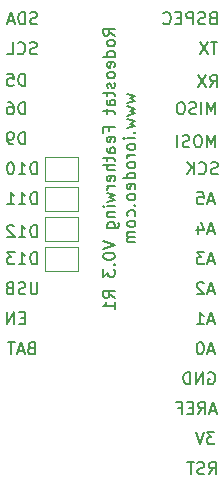
<source format=gbr>
G04 #@! TF.GenerationSoftware,KiCad,Pcbnew,5.1.7-a382d34a8~87~ubuntu18.04.1*
G04 #@! TF.CreationDate,2020-12-12T16:07:48-08:00*
G04 #@! TF.ProjectId,potentiostat_featherwing,706f7465-6e74-4696-9f73-7461745f6665,rev?*
G04 #@! TF.SameCoordinates,Original*
G04 #@! TF.FileFunction,Legend,Bot*
G04 #@! TF.FilePolarity,Positive*
%FSLAX46Y46*%
G04 Gerber Fmt 4.6, Leading zero omitted, Abs format (unit mm)*
G04 Created by KiCad (PCBNEW 5.1.7-a382d34a8~87~ubuntu18.04.1) date 2020-12-12 16:07:48*
%MOMM*%
%LPD*%
G01*
G04 APERTURE LIST*
%ADD10C,0.203200*%
%ADD11C,0.120000*%
G04 APERTURE END LIST*
D10*
X51031019Y-33177238D02*
X50547209Y-32838571D01*
X51031019Y-32596666D02*
X50015019Y-32596666D01*
X50015019Y-32983714D01*
X50063400Y-33080476D01*
X50111780Y-33128857D01*
X50208542Y-33177238D01*
X50353685Y-33177238D01*
X50450447Y-33128857D01*
X50498828Y-33080476D01*
X50547209Y-32983714D01*
X50547209Y-32596666D01*
X51031019Y-33757809D02*
X50982638Y-33661047D01*
X50934257Y-33612666D01*
X50837495Y-33564285D01*
X50547209Y-33564285D01*
X50450447Y-33612666D01*
X50402066Y-33661047D01*
X50353685Y-33757809D01*
X50353685Y-33902952D01*
X50402066Y-33999714D01*
X50450447Y-34048095D01*
X50547209Y-34096476D01*
X50837495Y-34096476D01*
X50934257Y-34048095D01*
X50982638Y-33999714D01*
X51031019Y-33902952D01*
X51031019Y-33757809D01*
X51031019Y-34967333D02*
X50015019Y-34967333D01*
X50982638Y-34967333D02*
X51031019Y-34870571D01*
X51031019Y-34677047D01*
X50982638Y-34580285D01*
X50934257Y-34531904D01*
X50837495Y-34483523D01*
X50547209Y-34483523D01*
X50450447Y-34531904D01*
X50402066Y-34580285D01*
X50353685Y-34677047D01*
X50353685Y-34870571D01*
X50402066Y-34967333D01*
X50982638Y-35838190D02*
X51031019Y-35741428D01*
X51031019Y-35547904D01*
X50982638Y-35451142D01*
X50885876Y-35402761D01*
X50498828Y-35402761D01*
X50402066Y-35451142D01*
X50353685Y-35547904D01*
X50353685Y-35741428D01*
X50402066Y-35838190D01*
X50498828Y-35886571D01*
X50595590Y-35886571D01*
X50692352Y-35402761D01*
X51031019Y-36467142D02*
X50982638Y-36370380D01*
X50934257Y-36322000D01*
X50837495Y-36273619D01*
X50547209Y-36273619D01*
X50450447Y-36322000D01*
X50402066Y-36370380D01*
X50353685Y-36467142D01*
X50353685Y-36612285D01*
X50402066Y-36709047D01*
X50450447Y-36757428D01*
X50547209Y-36805809D01*
X50837495Y-36805809D01*
X50934257Y-36757428D01*
X50982638Y-36709047D01*
X51031019Y-36612285D01*
X51031019Y-36467142D01*
X50982638Y-37192857D02*
X51031019Y-37289619D01*
X51031019Y-37483142D01*
X50982638Y-37579904D01*
X50885876Y-37628285D01*
X50837495Y-37628285D01*
X50740733Y-37579904D01*
X50692352Y-37483142D01*
X50692352Y-37338000D01*
X50643971Y-37241238D01*
X50547209Y-37192857D01*
X50498828Y-37192857D01*
X50402066Y-37241238D01*
X50353685Y-37338000D01*
X50353685Y-37483142D01*
X50402066Y-37579904D01*
X50353685Y-37918571D02*
X50353685Y-38305619D01*
X50015019Y-38063714D02*
X50885876Y-38063714D01*
X50982638Y-38112095D01*
X51031019Y-38208857D01*
X51031019Y-38305619D01*
X51031019Y-39079714D02*
X50498828Y-39079714D01*
X50402066Y-39031333D01*
X50353685Y-38934571D01*
X50353685Y-38741047D01*
X50402066Y-38644285D01*
X50982638Y-39079714D02*
X51031019Y-38982952D01*
X51031019Y-38741047D01*
X50982638Y-38644285D01*
X50885876Y-38595904D01*
X50789114Y-38595904D01*
X50692352Y-38644285D01*
X50643971Y-38741047D01*
X50643971Y-38982952D01*
X50595590Y-39079714D01*
X50353685Y-39418380D02*
X50353685Y-39805428D01*
X50015019Y-39563523D02*
X50885876Y-39563523D01*
X50982638Y-39611904D01*
X51031019Y-39708666D01*
X51031019Y-39805428D01*
X50498828Y-41256857D02*
X50498828Y-40918190D01*
X51031019Y-40918190D02*
X50015019Y-40918190D01*
X50015019Y-41402000D01*
X50982638Y-42176095D02*
X51031019Y-42079333D01*
X51031019Y-41885809D01*
X50982638Y-41789047D01*
X50885876Y-41740666D01*
X50498828Y-41740666D01*
X50402066Y-41789047D01*
X50353685Y-41885809D01*
X50353685Y-42079333D01*
X50402066Y-42176095D01*
X50498828Y-42224476D01*
X50595590Y-42224476D01*
X50692352Y-41740666D01*
X51031019Y-43095333D02*
X50498828Y-43095333D01*
X50402066Y-43046952D01*
X50353685Y-42950190D01*
X50353685Y-42756666D01*
X50402066Y-42659904D01*
X50982638Y-43095333D02*
X51031019Y-42998571D01*
X51031019Y-42756666D01*
X50982638Y-42659904D01*
X50885876Y-42611523D01*
X50789114Y-42611523D01*
X50692352Y-42659904D01*
X50643971Y-42756666D01*
X50643971Y-42998571D01*
X50595590Y-43095333D01*
X50353685Y-43434000D02*
X50353685Y-43821047D01*
X50015019Y-43579142D02*
X50885876Y-43579142D01*
X50982638Y-43627523D01*
X51031019Y-43724285D01*
X51031019Y-43821047D01*
X51031019Y-44159714D02*
X50015019Y-44159714D01*
X51031019Y-44595142D02*
X50498828Y-44595142D01*
X50402066Y-44546761D01*
X50353685Y-44450000D01*
X50353685Y-44304857D01*
X50402066Y-44208095D01*
X50450447Y-44159714D01*
X50982638Y-45466000D02*
X51031019Y-45369238D01*
X51031019Y-45175714D01*
X50982638Y-45078952D01*
X50885876Y-45030571D01*
X50498828Y-45030571D01*
X50402066Y-45078952D01*
X50353685Y-45175714D01*
X50353685Y-45369238D01*
X50402066Y-45466000D01*
X50498828Y-45514380D01*
X50595590Y-45514380D01*
X50692352Y-45030571D01*
X51031019Y-45949809D02*
X50353685Y-45949809D01*
X50547209Y-45949809D02*
X50450447Y-45998190D01*
X50402066Y-46046571D01*
X50353685Y-46143333D01*
X50353685Y-46240095D01*
X50353685Y-46482000D02*
X51031019Y-46675523D01*
X50547209Y-46869047D01*
X51031019Y-47062571D01*
X50353685Y-47256095D01*
X51031019Y-47643142D02*
X50353685Y-47643142D01*
X50015019Y-47643142D02*
X50063400Y-47594761D01*
X50111780Y-47643142D01*
X50063400Y-47691523D01*
X50015019Y-47643142D01*
X50111780Y-47643142D01*
X50353685Y-48126952D02*
X51031019Y-48126952D01*
X50450447Y-48126952D02*
X50402066Y-48175333D01*
X50353685Y-48272095D01*
X50353685Y-48417238D01*
X50402066Y-48514000D01*
X50498828Y-48562380D01*
X51031019Y-48562380D01*
X50353685Y-49481619D02*
X51176161Y-49481619D01*
X51272923Y-49433238D01*
X51321304Y-49384857D01*
X51369685Y-49288095D01*
X51369685Y-49142952D01*
X51321304Y-49046190D01*
X50982638Y-49481619D02*
X51031019Y-49384857D01*
X51031019Y-49191333D01*
X50982638Y-49094571D01*
X50934257Y-49046190D01*
X50837495Y-48997809D01*
X50547209Y-48997809D01*
X50450447Y-49046190D01*
X50402066Y-49094571D01*
X50353685Y-49191333D01*
X50353685Y-49384857D01*
X50402066Y-49481619D01*
X50015019Y-50594380D02*
X51031019Y-50933047D01*
X50015019Y-51271714D01*
X50015019Y-51803904D02*
X50015019Y-51900666D01*
X50063400Y-51997428D01*
X50111780Y-52045809D01*
X50208542Y-52094190D01*
X50402066Y-52142571D01*
X50643971Y-52142571D01*
X50837495Y-52094190D01*
X50934257Y-52045809D01*
X50982638Y-51997428D01*
X51031019Y-51900666D01*
X51031019Y-51803904D01*
X50982638Y-51707142D01*
X50934257Y-51658761D01*
X50837495Y-51610380D01*
X50643971Y-51562000D01*
X50402066Y-51562000D01*
X50208542Y-51610380D01*
X50111780Y-51658761D01*
X50063400Y-51707142D01*
X50015019Y-51803904D01*
X50934257Y-52578000D02*
X50982638Y-52626380D01*
X51031019Y-52578000D01*
X50982638Y-52529619D01*
X50934257Y-52578000D01*
X51031019Y-52578000D01*
X50015019Y-52965047D02*
X50015019Y-53594000D01*
X50402066Y-53255333D01*
X50402066Y-53400476D01*
X50450447Y-53497238D01*
X50498828Y-53545619D01*
X50595590Y-53594000D01*
X50837495Y-53594000D01*
X50934257Y-53545619D01*
X50982638Y-53497238D01*
X51031019Y-53400476D01*
X51031019Y-53110190D01*
X50982638Y-53013428D01*
X50934257Y-52965047D01*
X51031019Y-55384095D02*
X50547209Y-55045428D01*
X51031019Y-54803523D02*
X50015019Y-54803523D01*
X50015019Y-55190571D01*
X50063400Y-55287333D01*
X50111780Y-55335714D01*
X50208542Y-55384095D01*
X50353685Y-55384095D01*
X50450447Y-55335714D01*
X50498828Y-55287333D01*
X50547209Y-55190571D01*
X50547209Y-54803523D01*
X51031019Y-56351714D02*
X51031019Y-55771142D01*
X51031019Y-56061428D02*
X50015019Y-56061428D01*
X50160161Y-55964666D01*
X50256923Y-55867904D01*
X50305304Y-55771142D01*
X52080885Y-38112095D02*
X52758219Y-38305619D01*
X52274409Y-38499142D01*
X52758219Y-38692666D01*
X52080885Y-38886190D01*
X52080885Y-39176476D02*
X52758219Y-39370000D01*
X52274409Y-39563523D01*
X52758219Y-39757047D01*
X52080885Y-39950571D01*
X52080885Y-40240857D02*
X52758219Y-40434380D01*
X52274409Y-40627904D01*
X52758219Y-40821428D01*
X52080885Y-41014952D01*
X52661457Y-41401999D02*
X52709838Y-41450380D01*
X52758219Y-41401999D01*
X52709838Y-41353619D01*
X52661457Y-41401999D01*
X52758219Y-41401999D01*
X52758219Y-41885809D02*
X52080885Y-41885809D01*
X51742219Y-41885809D02*
X51790600Y-41837428D01*
X51838980Y-41885809D01*
X51790600Y-41934190D01*
X51742219Y-41885809D01*
X51838980Y-41885809D01*
X52758219Y-42514761D02*
X52709838Y-42418000D01*
X52661457Y-42369619D01*
X52564695Y-42321238D01*
X52274409Y-42321238D01*
X52177647Y-42369619D01*
X52129266Y-42418000D01*
X52080885Y-42514761D01*
X52080885Y-42659904D01*
X52129266Y-42756666D01*
X52177647Y-42805047D01*
X52274409Y-42853428D01*
X52564695Y-42853428D01*
X52661457Y-42805047D01*
X52709838Y-42756666D01*
X52758219Y-42659904D01*
X52758219Y-42514761D01*
X52758219Y-43288857D02*
X52080885Y-43288857D01*
X52274409Y-43288857D02*
X52177647Y-43337238D01*
X52129266Y-43385619D01*
X52080885Y-43482380D01*
X52080885Y-43579142D01*
X52758219Y-44062952D02*
X52709838Y-43966190D01*
X52661457Y-43917809D01*
X52564695Y-43869428D01*
X52274409Y-43869428D01*
X52177647Y-43917809D01*
X52129266Y-43966190D01*
X52080885Y-44062952D01*
X52080885Y-44208095D01*
X52129266Y-44304857D01*
X52177647Y-44353238D01*
X52274409Y-44401619D01*
X52564695Y-44401619D01*
X52661457Y-44353238D01*
X52709838Y-44304857D01*
X52758219Y-44208095D01*
X52758219Y-44062952D01*
X52758219Y-45272476D02*
X51742219Y-45272476D01*
X52709838Y-45272476D02*
X52758219Y-45175714D01*
X52758219Y-44982190D01*
X52709838Y-44885428D01*
X52661457Y-44837047D01*
X52564695Y-44788666D01*
X52274409Y-44788666D01*
X52177647Y-44837047D01*
X52129266Y-44885428D01*
X52080885Y-44982190D01*
X52080885Y-45175714D01*
X52129266Y-45272476D01*
X52709838Y-46143333D02*
X52758219Y-46046571D01*
X52758219Y-45853047D01*
X52709838Y-45756285D01*
X52613076Y-45707904D01*
X52226028Y-45707904D01*
X52129266Y-45756285D01*
X52080885Y-45853047D01*
X52080885Y-46046571D01*
X52129266Y-46143333D01*
X52226028Y-46191714D01*
X52322790Y-46191714D01*
X52419552Y-45707904D01*
X52758219Y-46772285D02*
X52709838Y-46675523D01*
X52661457Y-46627142D01*
X52564695Y-46578761D01*
X52274409Y-46578761D01*
X52177647Y-46627142D01*
X52129266Y-46675523D01*
X52080885Y-46772285D01*
X52080885Y-46917428D01*
X52129266Y-47014190D01*
X52177647Y-47062571D01*
X52274409Y-47110952D01*
X52564695Y-47110952D01*
X52661457Y-47062571D01*
X52709838Y-47014190D01*
X52758219Y-46917428D01*
X52758219Y-46772285D01*
X52661457Y-47546380D02*
X52709838Y-47594761D01*
X52758219Y-47546380D01*
X52709838Y-47497999D01*
X52661457Y-47546380D01*
X52758219Y-47546380D01*
X52709838Y-48465619D02*
X52758219Y-48368857D01*
X52758219Y-48175333D01*
X52709838Y-48078571D01*
X52661457Y-48030190D01*
X52564695Y-47981809D01*
X52274409Y-47981809D01*
X52177647Y-48030190D01*
X52129266Y-48078571D01*
X52080885Y-48175333D01*
X52080885Y-48368857D01*
X52129266Y-48465619D01*
X52758219Y-49046190D02*
X52709838Y-48949428D01*
X52661457Y-48901047D01*
X52564695Y-48852666D01*
X52274409Y-48852666D01*
X52177647Y-48901047D01*
X52129266Y-48949428D01*
X52080885Y-49046190D01*
X52080885Y-49191333D01*
X52129266Y-49288095D01*
X52177647Y-49336476D01*
X52274409Y-49384857D01*
X52564695Y-49384857D01*
X52661457Y-49336476D01*
X52709838Y-49288095D01*
X52758219Y-49191333D01*
X52758219Y-49046190D01*
X52758219Y-49820285D02*
X52080885Y-49820285D01*
X52177647Y-49820285D02*
X52129266Y-49868666D01*
X52080885Y-49965428D01*
X52080885Y-50110571D01*
X52129266Y-50207333D01*
X52226028Y-50255714D01*
X52758219Y-50255714D01*
X52226028Y-50255714D02*
X52129266Y-50304095D01*
X52080885Y-50400857D01*
X52080885Y-50545999D01*
X52129266Y-50642761D01*
X52226028Y-50691142D01*
X52758219Y-50691142D01*
D11*
X47882000Y-53070000D02*
X47882000Y-51070000D01*
X45082000Y-53070000D02*
X47882000Y-53070000D01*
X45082000Y-51070000D02*
X45082000Y-53070000D01*
X47882000Y-51070000D02*
X45082000Y-51070000D01*
X47882000Y-48530000D02*
X45082000Y-48530000D01*
X45082000Y-48530000D02*
X45082000Y-50530000D01*
X45082000Y-50530000D02*
X47882000Y-50530000D01*
X47882000Y-50530000D02*
X47882000Y-48530000D01*
X47882000Y-47990000D02*
X47882000Y-45990000D01*
X45082000Y-47990000D02*
X47882000Y-47990000D01*
X45082000Y-45990000D02*
X45082000Y-47990000D01*
X47882000Y-45990000D02*
X45082000Y-45990000D01*
X47882000Y-45450000D02*
X47882000Y-43450000D01*
X45082000Y-45450000D02*
X47882000Y-45450000D01*
X45082000Y-43450000D02*
X45082000Y-45450000D01*
X47882000Y-43450000D02*
X45082000Y-43450000D01*
D10*
X58976380Y-70309619D02*
X59315047Y-69825809D01*
X59556952Y-70309619D02*
X59556952Y-69293619D01*
X59169904Y-69293619D01*
X59073142Y-69342000D01*
X59024761Y-69390380D01*
X58976380Y-69487142D01*
X58976380Y-69632285D01*
X59024761Y-69729047D01*
X59073142Y-69777428D01*
X59169904Y-69825809D01*
X59556952Y-69825809D01*
X58589333Y-70261238D02*
X58444190Y-70309619D01*
X58202285Y-70309619D01*
X58105523Y-70261238D01*
X58057142Y-70212857D01*
X58008761Y-70116095D01*
X58008761Y-70019333D01*
X58057142Y-69922571D01*
X58105523Y-69874190D01*
X58202285Y-69825809D01*
X58395809Y-69777428D01*
X58492571Y-69729047D01*
X58540952Y-69680666D01*
X58589333Y-69583904D01*
X58589333Y-69487142D01*
X58540952Y-69390380D01*
X58492571Y-69342000D01*
X58395809Y-69293619D01*
X58153904Y-69293619D01*
X58008761Y-69342000D01*
X57718476Y-69293619D02*
X57137904Y-69293619D01*
X57428190Y-70309619D02*
X57428190Y-69293619D01*
X59448095Y-66753619D02*
X58819142Y-66753619D01*
X59157809Y-67140666D01*
X59012666Y-67140666D01*
X58915904Y-67189047D01*
X58867523Y-67237428D01*
X58819142Y-67334190D01*
X58819142Y-67576095D01*
X58867523Y-67672857D01*
X58915904Y-67721238D01*
X59012666Y-67769619D01*
X59302952Y-67769619D01*
X59399714Y-67721238D01*
X59448095Y-67672857D01*
X58528857Y-66753619D02*
X58190190Y-67769619D01*
X57851523Y-66753619D01*
X59556952Y-64939333D02*
X59073142Y-64939333D01*
X59653714Y-65229619D02*
X59315047Y-64213619D01*
X58976380Y-65229619D01*
X58057142Y-65229619D02*
X58395809Y-64745809D01*
X58637714Y-65229619D02*
X58637714Y-64213619D01*
X58250666Y-64213619D01*
X58153904Y-64262000D01*
X58105523Y-64310380D01*
X58057142Y-64407142D01*
X58057142Y-64552285D01*
X58105523Y-64649047D01*
X58153904Y-64697428D01*
X58250666Y-64745809D01*
X58637714Y-64745809D01*
X57621714Y-64697428D02*
X57283047Y-64697428D01*
X57137904Y-65229619D02*
X57621714Y-65229619D01*
X57621714Y-64213619D01*
X57137904Y-64213619D01*
X56363809Y-64697428D02*
X56702476Y-64697428D01*
X56702476Y-65229619D02*
X56702476Y-64213619D01*
X56218666Y-64213619D01*
X58940095Y-61722000D02*
X59036857Y-61673619D01*
X59182000Y-61673619D01*
X59327142Y-61722000D01*
X59423904Y-61818761D01*
X59472285Y-61915523D01*
X59520666Y-62109047D01*
X59520666Y-62254190D01*
X59472285Y-62447714D01*
X59423904Y-62544476D01*
X59327142Y-62641238D01*
X59182000Y-62689619D01*
X59085238Y-62689619D01*
X58940095Y-62641238D01*
X58891714Y-62592857D01*
X58891714Y-62254190D01*
X59085238Y-62254190D01*
X58456285Y-62689619D02*
X58456285Y-61673619D01*
X57875714Y-62689619D01*
X57875714Y-61673619D01*
X57391904Y-62689619D02*
X57391904Y-61673619D01*
X57150000Y-61673619D01*
X57004857Y-61722000D01*
X56908095Y-61818761D01*
X56859714Y-61915523D01*
X56811333Y-62109047D01*
X56811333Y-62254190D01*
X56859714Y-62447714D01*
X56908095Y-62544476D01*
X57004857Y-62641238D01*
X57150000Y-62689619D01*
X57391904Y-62689619D01*
X59399714Y-59859333D02*
X58915904Y-59859333D01*
X59496476Y-60149619D02*
X59157809Y-59133619D01*
X58819142Y-60149619D01*
X58286952Y-59133619D02*
X58190190Y-59133619D01*
X58093428Y-59182000D01*
X58045047Y-59230380D01*
X57996666Y-59327142D01*
X57948285Y-59520666D01*
X57948285Y-59762571D01*
X57996666Y-59956095D01*
X58045047Y-60052857D01*
X58093428Y-60101238D01*
X58190190Y-60149619D01*
X58286952Y-60149619D01*
X58383714Y-60101238D01*
X58432095Y-60052857D01*
X58480476Y-59956095D01*
X58528857Y-59762571D01*
X58528857Y-59520666D01*
X58480476Y-59327142D01*
X58432095Y-59230380D01*
X58383714Y-59182000D01*
X58286952Y-59133619D01*
X59399714Y-57319333D02*
X58915904Y-57319333D01*
X59496476Y-57609619D02*
X59157809Y-56593619D01*
X58819142Y-57609619D01*
X57948285Y-57609619D02*
X58528857Y-57609619D01*
X58238571Y-57609619D02*
X58238571Y-56593619D01*
X58335333Y-56738761D01*
X58432095Y-56835523D01*
X58528857Y-56883904D01*
X59399714Y-54779333D02*
X58915904Y-54779333D01*
X59496476Y-55069619D02*
X59157809Y-54053619D01*
X58819142Y-55069619D01*
X58528857Y-54150380D02*
X58480476Y-54102000D01*
X58383714Y-54053619D01*
X58141809Y-54053619D01*
X58045047Y-54102000D01*
X57996666Y-54150380D01*
X57948285Y-54247142D01*
X57948285Y-54343904D01*
X57996666Y-54489047D01*
X58577238Y-55069619D01*
X57948285Y-55069619D01*
X59399714Y-52239333D02*
X58915904Y-52239333D01*
X59496476Y-52529619D02*
X59157809Y-51513619D01*
X58819142Y-52529619D01*
X58577238Y-51513619D02*
X57948285Y-51513619D01*
X58286952Y-51900666D01*
X58141809Y-51900666D01*
X58045047Y-51949047D01*
X57996666Y-51997428D01*
X57948285Y-52094190D01*
X57948285Y-52336095D01*
X57996666Y-52432857D01*
X58045047Y-52481238D01*
X58141809Y-52529619D01*
X58432095Y-52529619D01*
X58528857Y-52481238D01*
X58577238Y-52432857D01*
X59399714Y-49699333D02*
X58915904Y-49699333D01*
X59496476Y-49989619D02*
X59157809Y-48973619D01*
X58819142Y-49989619D01*
X58045047Y-49312285D02*
X58045047Y-49989619D01*
X58286952Y-48925238D02*
X58528857Y-49650952D01*
X57899904Y-49650952D01*
X59399714Y-47159333D02*
X58915904Y-47159333D01*
X59496476Y-47449619D02*
X59157809Y-46433619D01*
X58819142Y-47449619D01*
X57996666Y-46433619D02*
X58480476Y-46433619D01*
X58528857Y-46917428D01*
X58480476Y-46869047D01*
X58383714Y-46820666D01*
X58141809Y-46820666D01*
X58045047Y-46869047D01*
X57996666Y-46917428D01*
X57948285Y-47014190D01*
X57948285Y-47256095D01*
X57996666Y-47352857D01*
X58045047Y-47401238D01*
X58141809Y-47449619D01*
X58383714Y-47449619D01*
X58480476Y-47401238D01*
X58528857Y-47352857D01*
X59726285Y-44861238D02*
X59581142Y-44909619D01*
X59339238Y-44909619D01*
X59242476Y-44861238D01*
X59194095Y-44812857D01*
X59145714Y-44716095D01*
X59145714Y-44619333D01*
X59194095Y-44522571D01*
X59242476Y-44474190D01*
X59339238Y-44425809D01*
X59532761Y-44377428D01*
X59629523Y-44329047D01*
X59677904Y-44280666D01*
X59726285Y-44183904D01*
X59726285Y-44087142D01*
X59677904Y-43990380D01*
X59629523Y-43942000D01*
X59532761Y-43893619D01*
X59290857Y-43893619D01*
X59145714Y-43942000D01*
X58129714Y-44812857D02*
X58178095Y-44861238D01*
X58323238Y-44909619D01*
X58420000Y-44909619D01*
X58565142Y-44861238D01*
X58661904Y-44764476D01*
X58710285Y-44667714D01*
X58758666Y-44474190D01*
X58758666Y-44329047D01*
X58710285Y-44135523D01*
X58661904Y-44038761D01*
X58565142Y-43942000D01*
X58420000Y-43893619D01*
X58323238Y-43893619D01*
X58178095Y-43942000D01*
X58129714Y-43990380D01*
X57694285Y-44909619D02*
X57694285Y-43893619D01*
X57113714Y-44909619D02*
X57549142Y-44329047D01*
X57113714Y-43893619D02*
X57694285Y-44474190D01*
X59508571Y-42623619D02*
X59508571Y-41607619D01*
X59169904Y-42333333D01*
X58831238Y-41607619D01*
X58831238Y-42623619D01*
X58153904Y-41607619D02*
X57960380Y-41607619D01*
X57863619Y-41656000D01*
X57766857Y-41752761D01*
X57718476Y-41946285D01*
X57718476Y-42284952D01*
X57766857Y-42478476D01*
X57863619Y-42575238D01*
X57960380Y-42623619D01*
X58153904Y-42623619D01*
X58250666Y-42575238D01*
X58347428Y-42478476D01*
X58395809Y-42284952D01*
X58395809Y-41946285D01*
X58347428Y-41752761D01*
X58250666Y-41656000D01*
X58153904Y-41607619D01*
X57331428Y-42575238D02*
X57186285Y-42623619D01*
X56944380Y-42623619D01*
X56847619Y-42575238D01*
X56799238Y-42526857D01*
X56750857Y-42430095D01*
X56750857Y-42333333D01*
X56799238Y-42236571D01*
X56847619Y-42188190D01*
X56944380Y-42139809D01*
X57137904Y-42091428D01*
X57234666Y-42043047D01*
X57283047Y-41994666D01*
X57331428Y-41897904D01*
X57331428Y-41801142D01*
X57283047Y-41704380D01*
X57234666Y-41656000D01*
X57137904Y-41607619D01*
X56895999Y-41607619D01*
X56750857Y-41656000D01*
X56315428Y-42623619D02*
X56315428Y-41607619D01*
X59508571Y-39829619D02*
X59508571Y-38813619D01*
X59169904Y-39539333D01*
X58831238Y-38813619D01*
X58831238Y-39829619D01*
X58347428Y-39829619D02*
X58347428Y-38813619D01*
X57911999Y-39781238D02*
X57766857Y-39829619D01*
X57524952Y-39829619D01*
X57428190Y-39781238D01*
X57379809Y-39732857D01*
X57331428Y-39636095D01*
X57331428Y-39539333D01*
X57379809Y-39442571D01*
X57428190Y-39394190D01*
X57524952Y-39345809D01*
X57718476Y-39297428D01*
X57815238Y-39249047D01*
X57863619Y-39200666D01*
X57911999Y-39103904D01*
X57911999Y-39007142D01*
X57863619Y-38910380D01*
X57815238Y-38862000D01*
X57718476Y-38813619D01*
X57476571Y-38813619D01*
X57331428Y-38862000D01*
X56702476Y-38813619D02*
X56508952Y-38813619D01*
X56412190Y-38862000D01*
X56315428Y-38958761D01*
X56267047Y-39152285D01*
X56267047Y-39490952D01*
X56315428Y-39684476D01*
X56412190Y-39781238D01*
X56508952Y-39829619D01*
X56702476Y-39829619D01*
X56799238Y-39781238D01*
X56895999Y-39684476D01*
X56944380Y-39490952D01*
X56944380Y-39152285D01*
X56895999Y-38958761D01*
X56799238Y-38862000D01*
X56702476Y-38813619D01*
X59097333Y-37543619D02*
X59436000Y-37059809D01*
X59677904Y-37543619D02*
X59677904Y-36527619D01*
X59290857Y-36527619D01*
X59194095Y-36576000D01*
X59145714Y-36624380D01*
X59097333Y-36721142D01*
X59097333Y-36866285D01*
X59145714Y-36963047D01*
X59194095Y-37011428D01*
X59290857Y-37059809D01*
X59677904Y-37059809D01*
X58758666Y-36527619D02*
X58081333Y-37543619D01*
X58081333Y-36527619D02*
X58758666Y-37543619D01*
X59702095Y-33733619D02*
X59121523Y-33733619D01*
X59411809Y-34749619D02*
X59411809Y-33733619D01*
X58879619Y-33733619D02*
X58202285Y-34749619D01*
X58202285Y-33733619D02*
X58879619Y-34749619D01*
X59290857Y-31677428D02*
X59145714Y-31725809D01*
X59097333Y-31774190D01*
X59048952Y-31870952D01*
X59048952Y-32016095D01*
X59097333Y-32112857D01*
X59145714Y-32161238D01*
X59242476Y-32209619D01*
X59629523Y-32209619D01*
X59629523Y-31193619D01*
X59290857Y-31193619D01*
X59194095Y-31242000D01*
X59145714Y-31290380D01*
X59097333Y-31387142D01*
X59097333Y-31483904D01*
X59145714Y-31580666D01*
X59194095Y-31629047D01*
X59290857Y-31677428D01*
X59629523Y-31677428D01*
X58661904Y-32161238D02*
X58516761Y-32209619D01*
X58274857Y-32209619D01*
X58178095Y-32161238D01*
X58129714Y-32112857D01*
X58081333Y-32016095D01*
X58081333Y-31919333D01*
X58129714Y-31822571D01*
X58178095Y-31774190D01*
X58274857Y-31725809D01*
X58468380Y-31677428D01*
X58565142Y-31629047D01*
X58613523Y-31580666D01*
X58661904Y-31483904D01*
X58661904Y-31387142D01*
X58613523Y-31290380D01*
X58565142Y-31242000D01*
X58468380Y-31193619D01*
X58226476Y-31193619D01*
X58081333Y-31242000D01*
X57645904Y-32209619D02*
X57645904Y-31193619D01*
X57258857Y-31193619D01*
X57162095Y-31242000D01*
X57113714Y-31290380D01*
X57065333Y-31387142D01*
X57065333Y-31532285D01*
X57113714Y-31629047D01*
X57162095Y-31677428D01*
X57258857Y-31725809D01*
X57645904Y-31725809D01*
X56629904Y-31677428D02*
X56291238Y-31677428D01*
X56146095Y-32209619D02*
X56629904Y-32209619D01*
X56629904Y-31193619D01*
X56146095Y-31193619D01*
X55130095Y-32112857D02*
X55178476Y-32161238D01*
X55323619Y-32209619D01*
X55420380Y-32209619D01*
X55565523Y-32161238D01*
X55662285Y-32064476D01*
X55710666Y-31967714D01*
X55759047Y-31774190D01*
X55759047Y-31629047D01*
X55710666Y-31435523D01*
X55662285Y-31338761D01*
X55565523Y-31242000D01*
X55420380Y-31193619D01*
X55323619Y-31193619D01*
X55178476Y-31242000D01*
X55130095Y-31290380D01*
X43929904Y-59617428D02*
X43784761Y-59665809D01*
X43736380Y-59714190D01*
X43688000Y-59810952D01*
X43688000Y-59956095D01*
X43736380Y-60052857D01*
X43784761Y-60101238D01*
X43881523Y-60149619D01*
X44268571Y-60149619D01*
X44268571Y-59133619D01*
X43929904Y-59133619D01*
X43833142Y-59182000D01*
X43784761Y-59230380D01*
X43736380Y-59327142D01*
X43736380Y-59423904D01*
X43784761Y-59520666D01*
X43833142Y-59569047D01*
X43929904Y-59617428D01*
X44268571Y-59617428D01*
X43300952Y-59859333D02*
X42817142Y-59859333D01*
X43397714Y-60149619D02*
X43059047Y-59133619D01*
X42720380Y-60149619D01*
X42526857Y-59133619D02*
X41946285Y-59133619D01*
X42236571Y-60149619D02*
X42236571Y-59133619D01*
X43421904Y-57077428D02*
X43083238Y-57077428D01*
X42938095Y-57609619D02*
X43421904Y-57609619D01*
X43421904Y-56593619D01*
X42938095Y-56593619D01*
X42502666Y-57609619D02*
X42502666Y-56593619D01*
X41922095Y-57609619D01*
X41922095Y-56593619D01*
X44462095Y-54053619D02*
X44462095Y-54876095D01*
X44413714Y-54972857D01*
X44365333Y-55021238D01*
X44268571Y-55069619D01*
X44075047Y-55069619D01*
X43978285Y-55021238D01*
X43929904Y-54972857D01*
X43881523Y-54876095D01*
X43881523Y-54053619D01*
X43446095Y-55021238D02*
X43300952Y-55069619D01*
X43059047Y-55069619D01*
X42962285Y-55021238D01*
X42913904Y-54972857D01*
X42865523Y-54876095D01*
X42865523Y-54779333D01*
X42913904Y-54682571D01*
X42962285Y-54634190D01*
X43059047Y-54585809D01*
X43252571Y-54537428D01*
X43349333Y-54489047D01*
X43397714Y-54440666D01*
X43446095Y-54343904D01*
X43446095Y-54247142D01*
X43397714Y-54150380D01*
X43349333Y-54102000D01*
X43252571Y-54053619D01*
X43010666Y-54053619D01*
X42865523Y-54102000D01*
X42091428Y-54537428D02*
X41946285Y-54585809D01*
X41897904Y-54634190D01*
X41849523Y-54730952D01*
X41849523Y-54876095D01*
X41897904Y-54972857D01*
X41946285Y-55021238D01*
X42043047Y-55069619D01*
X42430095Y-55069619D01*
X42430095Y-54053619D01*
X42091428Y-54053619D01*
X41994666Y-54102000D01*
X41946285Y-54150380D01*
X41897904Y-54247142D01*
X41897904Y-54343904D01*
X41946285Y-54440666D01*
X41994666Y-54489047D01*
X42091428Y-54537428D01*
X42430095Y-54537428D01*
X44413714Y-52529619D02*
X44413714Y-51513619D01*
X44171809Y-51513619D01*
X44026666Y-51562000D01*
X43929904Y-51658761D01*
X43881523Y-51755523D01*
X43833142Y-51949047D01*
X43833142Y-52094190D01*
X43881523Y-52287714D01*
X43929904Y-52384476D01*
X44026666Y-52481238D01*
X44171809Y-52529619D01*
X44413714Y-52529619D01*
X42865523Y-52529619D02*
X43446095Y-52529619D01*
X43155809Y-52529619D02*
X43155809Y-51513619D01*
X43252571Y-51658761D01*
X43349333Y-51755523D01*
X43446095Y-51803904D01*
X42526857Y-51513619D02*
X41897904Y-51513619D01*
X42236571Y-51900666D01*
X42091428Y-51900666D01*
X41994666Y-51949047D01*
X41946285Y-51997428D01*
X41897904Y-52094190D01*
X41897904Y-52336095D01*
X41946285Y-52432857D01*
X41994666Y-52481238D01*
X42091428Y-52529619D01*
X42381714Y-52529619D01*
X42478476Y-52481238D01*
X42526857Y-52432857D01*
X44413714Y-50243619D02*
X44413714Y-49227619D01*
X44171809Y-49227619D01*
X44026666Y-49276000D01*
X43929904Y-49372761D01*
X43881523Y-49469523D01*
X43833142Y-49663047D01*
X43833142Y-49808190D01*
X43881523Y-50001714D01*
X43929904Y-50098476D01*
X44026666Y-50195238D01*
X44171809Y-50243619D01*
X44413714Y-50243619D01*
X42865523Y-50243619D02*
X43446095Y-50243619D01*
X43155809Y-50243619D02*
X43155809Y-49227619D01*
X43252571Y-49372761D01*
X43349333Y-49469523D01*
X43446095Y-49517904D01*
X42478476Y-49324380D02*
X42430095Y-49276000D01*
X42333333Y-49227619D01*
X42091428Y-49227619D01*
X41994666Y-49276000D01*
X41946285Y-49324380D01*
X41897904Y-49421142D01*
X41897904Y-49517904D01*
X41946285Y-49663047D01*
X42526857Y-50243619D01*
X41897904Y-50243619D01*
X44413714Y-47449619D02*
X44413714Y-46433619D01*
X44171809Y-46433619D01*
X44026666Y-46482000D01*
X43929904Y-46578761D01*
X43881523Y-46675523D01*
X43833142Y-46869047D01*
X43833142Y-47014190D01*
X43881523Y-47207714D01*
X43929904Y-47304476D01*
X44026666Y-47401238D01*
X44171809Y-47449619D01*
X44413714Y-47449619D01*
X42865523Y-47449619D02*
X43446095Y-47449619D01*
X43155809Y-47449619D02*
X43155809Y-46433619D01*
X43252571Y-46578761D01*
X43349333Y-46675523D01*
X43446095Y-46723904D01*
X41897904Y-47449619D02*
X42478476Y-47449619D01*
X42188190Y-47449619D02*
X42188190Y-46433619D01*
X42284952Y-46578761D01*
X42381714Y-46675523D01*
X42478476Y-46723904D01*
X44413714Y-44909619D02*
X44413714Y-43893619D01*
X44171809Y-43893619D01*
X44026666Y-43942000D01*
X43929904Y-44038761D01*
X43881523Y-44135523D01*
X43833142Y-44329047D01*
X43833142Y-44474190D01*
X43881523Y-44667714D01*
X43929904Y-44764476D01*
X44026666Y-44861238D01*
X44171809Y-44909619D01*
X44413714Y-44909619D01*
X42865523Y-44909619D02*
X43446095Y-44909619D01*
X43155809Y-44909619D02*
X43155809Y-43893619D01*
X43252571Y-44038761D01*
X43349333Y-44135523D01*
X43446095Y-44183904D01*
X42236571Y-43893619D02*
X42139809Y-43893619D01*
X42043047Y-43942000D01*
X41994666Y-43990380D01*
X41946285Y-44087142D01*
X41897904Y-44280666D01*
X41897904Y-44522571D01*
X41946285Y-44716095D01*
X41994666Y-44812857D01*
X42043047Y-44861238D01*
X42139809Y-44909619D01*
X42236571Y-44909619D01*
X42333333Y-44861238D01*
X42381714Y-44812857D01*
X42430095Y-44716095D01*
X42478476Y-44522571D01*
X42478476Y-44280666D01*
X42430095Y-44087142D01*
X42381714Y-43990380D01*
X42333333Y-43942000D01*
X42236571Y-43893619D01*
X43421904Y-42369619D02*
X43421904Y-41353619D01*
X43180000Y-41353619D01*
X43034857Y-41402000D01*
X42938095Y-41498761D01*
X42889714Y-41595523D01*
X42841333Y-41789047D01*
X42841333Y-41934190D01*
X42889714Y-42127714D01*
X42938095Y-42224476D01*
X43034857Y-42321238D01*
X43180000Y-42369619D01*
X43421904Y-42369619D01*
X42357523Y-42369619D02*
X42164000Y-42369619D01*
X42067238Y-42321238D01*
X42018857Y-42272857D01*
X41922095Y-42127714D01*
X41873714Y-41934190D01*
X41873714Y-41547142D01*
X41922095Y-41450380D01*
X41970476Y-41402000D01*
X42067238Y-41353619D01*
X42260761Y-41353619D01*
X42357523Y-41402000D01*
X42405904Y-41450380D01*
X42454285Y-41547142D01*
X42454285Y-41789047D01*
X42405904Y-41885809D01*
X42357523Y-41934190D01*
X42260761Y-41982571D01*
X42067238Y-41982571D01*
X41970476Y-41934190D01*
X41922095Y-41885809D01*
X41873714Y-41789047D01*
X43421904Y-39829619D02*
X43421904Y-38813619D01*
X43180000Y-38813619D01*
X43034857Y-38862000D01*
X42938095Y-38958761D01*
X42889714Y-39055523D01*
X42841333Y-39249047D01*
X42841333Y-39394190D01*
X42889714Y-39587714D01*
X42938095Y-39684476D01*
X43034857Y-39781238D01*
X43180000Y-39829619D01*
X43421904Y-39829619D01*
X41970476Y-38813619D02*
X42164000Y-38813619D01*
X42260761Y-38862000D01*
X42309142Y-38910380D01*
X42405904Y-39055523D01*
X42454285Y-39249047D01*
X42454285Y-39636095D01*
X42405904Y-39732857D01*
X42357523Y-39781238D01*
X42260761Y-39829619D01*
X42067238Y-39829619D01*
X41970476Y-39781238D01*
X41922095Y-39732857D01*
X41873714Y-39636095D01*
X41873714Y-39394190D01*
X41922095Y-39297428D01*
X41970476Y-39249047D01*
X42067238Y-39200666D01*
X42260761Y-39200666D01*
X42357523Y-39249047D01*
X42405904Y-39297428D01*
X42454285Y-39394190D01*
X43421904Y-37416619D02*
X43421904Y-36400619D01*
X43180000Y-36400619D01*
X43034857Y-36449000D01*
X42938095Y-36545761D01*
X42889714Y-36642523D01*
X42841333Y-36836047D01*
X42841333Y-36981190D01*
X42889714Y-37174714D01*
X42938095Y-37271476D01*
X43034857Y-37368238D01*
X43180000Y-37416619D01*
X43421904Y-37416619D01*
X41922095Y-36400619D02*
X42405904Y-36400619D01*
X42454285Y-36884428D01*
X42405904Y-36836047D01*
X42309142Y-36787666D01*
X42067238Y-36787666D01*
X41970476Y-36836047D01*
X41922095Y-36884428D01*
X41873714Y-36981190D01*
X41873714Y-37223095D01*
X41922095Y-37319857D01*
X41970476Y-37368238D01*
X42067238Y-37416619D01*
X42309142Y-37416619D01*
X42405904Y-37368238D01*
X42454285Y-37319857D01*
X44389523Y-34701238D02*
X44244380Y-34749619D01*
X44002476Y-34749619D01*
X43905714Y-34701238D01*
X43857333Y-34652857D01*
X43808952Y-34556095D01*
X43808952Y-34459333D01*
X43857333Y-34362571D01*
X43905714Y-34314190D01*
X44002476Y-34265809D01*
X44196000Y-34217428D01*
X44292761Y-34169047D01*
X44341142Y-34120666D01*
X44389523Y-34023904D01*
X44389523Y-33927142D01*
X44341142Y-33830380D01*
X44292761Y-33782000D01*
X44196000Y-33733619D01*
X43954095Y-33733619D01*
X43808952Y-33782000D01*
X42792952Y-34652857D02*
X42841333Y-34701238D01*
X42986476Y-34749619D01*
X43083238Y-34749619D01*
X43228380Y-34701238D01*
X43325142Y-34604476D01*
X43373523Y-34507714D01*
X43421904Y-34314190D01*
X43421904Y-34169047D01*
X43373523Y-33975523D01*
X43325142Y-33878761D01*
X43228380Y-33782000D01*
X43083238Y-33733619D01*
X42986476Y-33733619D01*
X42841333Y-33782000D01*
X42792952Y-33830380D01*
X41873714Y-34749619D02*
X42357523Y-34749619D01*
X42357523Y-33733619D01*
X44413714Y-32161238D02*
X44268571Y-32209619D01*
X44026666Y-32209619D01*
X43929904Y-32161238D01*
X43881523Y-32112857D01*
X43833142Y-32016095D01*
X43833142Y-31919333D01*
X43881523Y-31822571D01*
X43929904Y-31774190D01*
X44026666Y-31725809D01*
X44220190Y-31677428D01*
X44316952Y-31629047D01*
X44365333Y-31580666D01*
X44413714Y-31483904D01*
X44413714Y-31387142D01*
X44365333Y-31290380D01*
X44316952Y-31242000D01*
X44220190Y-31193619D01*
X43978285Y-31193619D01*
X43833142Y-31242000D01*
X43397714Y-32209619D02*
X43397714Y-31193619D01*
X43155809Y-31193619D01*
X43010666Y-31242000D01*
X42913904Y-31338761D01*
X42865523Y-31435523D01*
X42817142Y-31629047D01*
X42817142Y-31774190D01*
X42865523Y-31967714D01*
X42913904Y-32064476D01*
X43010666Y-32161238D01*
X43155809Y-32209619D01*
X43397714Y-32209619D01*
X42430095Y-31919333D02*
X41946285Y-31919333D01*
X42526857Y-32209619D02*
X42188190Y-31193619D01*
X41849523Y-32209619D01*
M02*

</source>
